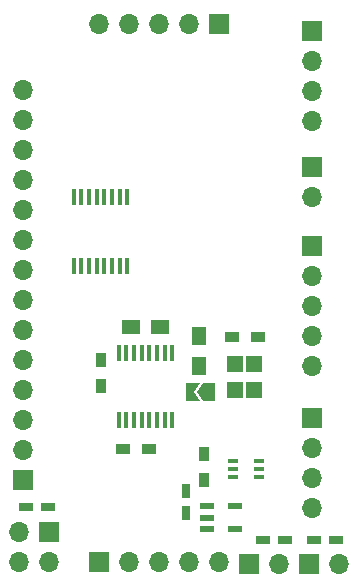
<source format=gts>
%TF.GenerationSoftware,KiCad,Pcbnew,(5.1.6-0-10_14)*%
%TF.CreationDate,2021-04-14T19:14:16+09:00*%
%TF.ProjectId,qPCR-photosensing,71504352-2d70-4686-9f74-6f73656e7369,rev?*%
%TF.SameCoordinates,Original*%
%TF.FileFunction,Soldermask,Top*%
%TF.FilePolarity,Negative*%
%FSLAX46Y46*%
G04 Gerber Fmt 4.6, Leading zero omitted, Abs format (unit mm)*
G04 Created by KiCad (PCBNEW (5.1.6-0-10_14)) date 2021-04-14 19:14:16*
%MOMM*%
%LPD*%
G01*
G04 APERTURE LIST*
%ADD10R,0.355600X1.473200*%
%ADD11R,1.500000X1.250000*%
%ADD12R,1.200000X0.750000*%
%ADD13R,0.750000X1.200000*%
%ADD14R,0.900000X1.200000*%
%ADD15R,1.200000X0.900000*%
%ADD16O,1.700000X1.700000*%
%ADD17R,1.700000X1.700000*%
%ADD18R,1.250000X1.500000*%
%ADD19R,1.270000X0.508000*%
%ADD20R,0.850001X0.399999*%
%ADD21R,1.400000X1.400000*%
%ADD22C,0.100000*%
G04 APERTURE END LIST*
D10*
%TO.C,U2*%
X95574999Y-84921000D03*
X94924998Y-84921000D03*
X94274999Y-84921000D03*
X93624998Y-84921000D03*
X92974999Y-84921000D03*
X92325001Y-84921000D03*
X91674999Y-84921000D03*
X91025001Y-84921000D03*
X91025001Y-79079000D03*
X91675002Y-79079000D03*
X92325001Y-79079000D03*
X92975002Y-79079000D03*
X93625001Y-79079000D03*
X94274999Y-79079000D03*
X94925001Y-79079000D03*
X95574999Y-79079000D03*
%TD*%
D11*
%TO.C,C1*%
X98350000Y-90100000D03*
X95850000Y-90100000D03*
%TD*%
D12*
%TO.C,C4*%
X113250000Y-108100000D03*
X111350000Y-108100000D03*
%TD*%
%TO.C,C5*%
X86950000Y-105300000D03*
X88850000Y-105300000D03*
%TD*%
%TO.C,C6*%
X108950000Y-108100000D03*
X107050000Y-108100000D03*
%TD*%
D13*
%TO.C,C7*%
X100500000Y-103950000D03*
X100500000Y-105850000D03*
%TD*%
D14*
%TO.C,R1*%
X93300000Y-95100000D03*
X93300000Y-92900000D03*
%TD*%
D15*
%TO.C,R2*%
X95200000Y-100400000D03*
X97400000Y-100400000D03*
%TD*%
%TO.C,R3*%
X106600000Y-90900000D03*
X104400000Y-90900000D03*
%TD*%
D10*
%TO.C,U1*%
X99374999Y-97919400D03*
X98724998Y-97919400D03*
X98074999Y-97919400D03*
X97424998Y-97919400D03*
X96774999Y-97919400D03*
X96125001Y-97919400D03*
X95474999Y-97919400D03*
X94825001Y-97919400D03*
X94825001Y-92280600D03*
X95475002Y-92280600D03*
X96125001Y-92280600D03*
X96775002Y-92280600D03*
X97425001Y-92280600D03*
X98074999Y-92280600D03*
X98725001Y-92280600D03*
X99374999Y-92280600D03*
%TD*%
D16*
%TO.C,J1*%
X86730000Y-69980000D03*
X86730000Y-72520000D03*
X86730000Y-75060000D03*
X86730000Y-77600000D03*
X86730000Y-80140000D03*
X86730000Y-82680000D03*
X86730000Y-85220000D03*
X86730000Y-87760000D03*
X86730000Y-90300000D03*
X86730000Y-92840000D03*
X86730000Y-95380000D03*
X86730000Y-97920000D03*
X86730000Y-100460000D03*
D17*
X86730000Y-103000000D03*
%TD*%
%TO.C,R6*%
X110980000Y-110130000D03*
D16*
X113520000Y-110130000D03*
%TD*%
%TO.C,JSPI1*%
X86360000Y-110000000D03*
X86360000Y-107460000D03*
X88900000Y-110000000D03*
D17*
X88900000Y-107460000D03*
%TD*%
D18*
%TO.C,C2*%
X101600000Y-93350000D03*
X101600000Y-90850000D03*
%TD*%
D16*
%TO.C,J2*%
X111200000Y-93360000D03*
X111200000Y-90820000D03*
X111200000Y-88280000D03*
X111200000Y-85740000D03*
D17*
X111200000Y-83200000D03*
%TD*%
D16*
%TO.C,J3*%
X111200000Y-79040000D03*
D17*
X111200000Y-76500000D03*
%TD*%
D16*
%TO.C,J8*%
X111200000Y-105420000D03*
X111200000Y-102880000D03*
X111200000Y-100340000D03*
D17*
X111200000Y-97800000D03*
%TD*%
D16*
%TO.C,J9*%
X103298000Y-110000000D03*
X100758000Y-110000000D03*
X98218000Y-110000000D03*
X95678000Y-110000000D03*
D17*
X93138000Y-110000000D03*
%TD*%
%TO.C,J10*%
X103298000Y-64440000D03*
D16*
X100758000Y-64440000D03*
X98218000Y-64440000D03*
X95678000Y-64440000D03*
X93138000Y-64440000D03*
%TD*%
D17*
%TO.C,R4*%
X105900000Y-110130000D03*
D16*
X108440000Y-110130000D03*
%TD*%
D19*
%TO.C,U3*%
X104719200Y-105249999D03*
X104719200Y-107150001D03*
X102280800Y-107150001D03*
X102280800Y-106200000D03*
X102280800Y-105249999D03*
%TD*%
D20*
%TO.C,U4*%
X104475001Y-101449999D03*
X104475001Y-102100000D03*
X104475001Y-102749999D03*
X106725002Y-102749999D03*
X106725002Y-102100000D03*
X106725002Y-101449999D03*
%TD*%
D21*
%TO.C,U5*%
X104700000Y-93200000D03*
X104700000Y-95400000D03*
X106300000Y-95400000D03*
X106300000Y-93200000D03*
%TD*%
D22*
%TO.C,JP1*%
G36*
X100550000Y-94850000D02*
G01*
X101700000Y-94850000D01*
X101200000Y-95600000D01*
X101700000Y-96350000D01*
X100550000Y-96350000D01*
X100550000Y-94850000D01*
G37*
G36*
X101500000Y-95600000D02*
G01*
X102000000Y-94850000D01*
X103000000Y-94850000D01*
X103000000Y-96350000D01*
X102000000Y-96350000D01*
X101500000Y-95600000D01*
G37*
%TD*%
D14*
%TO.C,R5*%
X102100000Y-103000000D03*
X102100000Y-100800000D03*
%TD*%
D16*
%TO.C,J4*%
X111200000Y-72620000D03*
X111200000Y-70080000D03*
X111200000Y-67540000D03*
D17*
X111200000Y-65000000D03*
%TD*%
M02*

</source>
